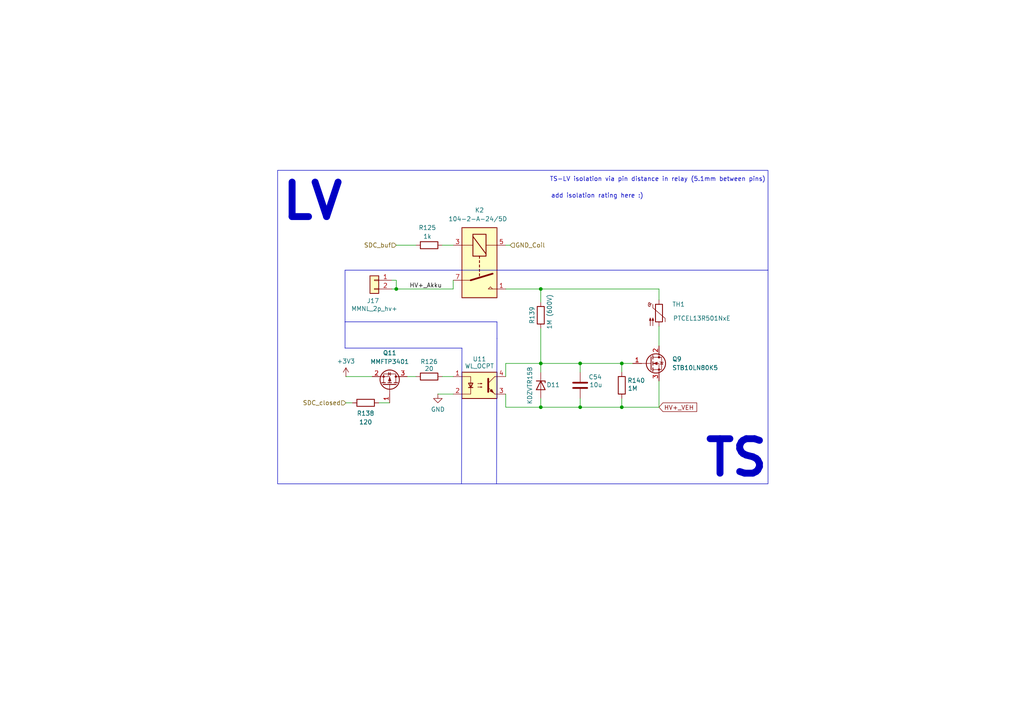
<source format=kicad_sch>
(kicad_sch
	(version 20231120)
	(generator "eeschema")
	(generator_version "8.0")
	(uuid "13e073e0-08f3-43ce-a5c5-b3a3660479c2")
	(paper "A4")
	(lib_symbols
		(symbol "Connector_Generic:Conn_01x02"
			(pin_names
				(offset 1.016) hide)
			(exclude_from_sim no)
			(in_bom yes)
			(on_board yes)
			(property "Reference" "J"
				(at 0 2.54 0)
				(effects
					(font
						(size 1.27 1.27)
					)
				)
			)
			(property "Value" "Conn_01x02"
				(at 0 -5.08 0)
				(effects
					(font
						(size 1.27 1.27)
					)
				)
			)
			(property "Footprint" ""
				(at 0 0 0)
				(effects
					(font
						(size 1.27 1.27)
					)
					(hide yes)
				)
			)
			(property "Datasheet" "~"
				(at 0 0 0)
				(effects
					(font
						(size 1.27 1.27)
					)
					(hide yes)
				)
			)
			(property "Description" "Generic connector, single row, 01x02, script generated (kicad-library-utils/schlib/autogen/connector/)"
				(at 0 0 0)
				(effects
					(font
						(size 1.27 1.27)
					)
					(hide yes)
				)
			)
			(property "ki_keywords" "connector"
				(at 0 0 0)
				(effects
					(font
						(size 1.27 1.27)
					)
					(hide yes)
				)
			)
			(property "ki_fp_filters" "Connector*:*_1x??_*"
				(at 0 0 0)
				(effects
					(font
						(size 1.27 1.27)
					)
					(hide yes)
				)
			)
			(symbol "Conn_01x02_1_1"
				(rectangle
					(start -1.27 -2.413)
					(end 0 -2.667)
					(stroke
						(width 0.1524)
						(type default)
					)
					(fill
						(type none)
					)
				)
				(rectangle
					(start -1.27 0.127)
					(end 0 -0.127)
					(stroke
						(width 0.1524)
						(type default)
					)
					(fill
						(type none)
					)
				)
				(rectangle
					(start -1.27 1.27)
					(end 1.27 -3.81)
					(stroke
						(width 0.254)
						(type default)
					)
					(fill
						(type background)
					)
				)
				(pin passive line
					(at -5.08 0 0)
					(length 3.81)
					(name "Pin_1"
						(effects
							(font
								(size 1.27 1.27)
							)
						)
					)
					(number "1"
						(effects
							(font
								(size 1.27 1.27)
							)
						)
					)
				)
				(pin passive line
					(at -5.08 -2.54 0)
					(length 3.81)
					(name "Pin_2"
						(effects
							(font
								(size 1.27 1.27)
							)
						)
					)
					(number "2"
						(effects
							(font
								(size 1.27 1.27)
							)
						)
					)
				)
			)
		)
		(symbol "Device:C"
			(pin_numbers hide)
			(pin_names
				(offset 0.254)
			)
			(exclude_from_sim no)
			(in_bom yes)
			(on_board yes)
			(property "Reference" "C"
				(at 0.635 2.54 0)
				(effects
					(font
						(size 1.27 1.27)
					)
					(justify left)
				)
			)
			(property "Value" "C"
				(at 0.635 -2.54 0)
				(effects
					(font
						(size 1.27 1.27)
					)
					(justify left)
				)
			)
			(property "Footprint" ""
				(at 0.9652 -3.81 0)
				(effects
					(font
						(size 1.27 1.27)
					)
					(hide yes)
				)
			)
			(property "Datasheet" "~"
				(at 0 0 0)
				(effects
					(font
						(size 1.27 1.27)
					)
					(hide yes)
				)
			)
			(property "Description" "Unpolarized capacitor"
				(at 0 0 0)
				(effects
					(font
						(size 1.27 1.27)
					)
					(hide yes)
				)
			)
			(property "ki_keywords" "cap capacitor"
				(at 0 0 0)
				(effects
					(font
						(size 1.27 1.27)
					)
					(hide yes)
				)
			)
			(property "ki_fp_filters" "C_*"
				(at 0 0 0)
				(effects
					(font
						(size 1.27 1.27)
					)
					(hide yes)
				)
			)
			(symbol "C_0_1"
				(polyline
					(pts
						(xy -2.032 -0.762) (xy 2.032 -0.762)
					)
					(stroke
						(width 0.508)
						(type default)
					)
					(fill
						(type none)
					)
				)
				(polyline
					(pts
						(xy -2.032 0.762) (xy 2.032 0.762)
					)
					(stroke
						(width 0.508)
						(type default)
					)
					(fill
						(type none)
					)
				)
			)
			(symbol "C_1_1"
				(pin passive line
					(at 0 3.81 270)
					(length 2.794)
					(name "~"
						(effects
							(font
								(size 1.27 1.27)
							)
						)
					)
					(number "1"
						(effects
							(font
								(size 1.27 1.27)
							)
						)
					)
				)
				(pin passive line
					(at 0 -3.81 90)
					(length 2.794)
					(name "~"
						(effects
							(font
								(size 1.27 1.27)
							)
						)
					)
					(number "2"
						(effects
							(font
								(size 1.27 1.27)
							)
						)
					)
				)
			)
		)
		(symbol "Device:D_Zener"
			(pin_numbers hide)
			(pin_names
				(offset 1.016) hide)
			(exclude_from_sim no)
			(in_bom yes)
			(on_board yes)
			(property "Reference" "D"
				(at 0 2.54 0)
				(effects
					(font
						(size 1.27 1.27)
					)
				)
			)
			(property "Value" "D_Zener"
				(at 0 -2.54 0)
				(effects
					(font
						(size 1.27 1.27)
					)
				)
			)
			(property "Footprint" ""
				(at 0 0 0)
				(effects
					(font
						(size 1.27 1.27)
					)
					(hide yes)
				)
			)
			(property "Datasheet" "~"
				(at 0 0 0)
				(effects
					(font
						(size 1.27 1.27)
					)
					(hide yes)
				)
			)
			(property "Description" "Zener diode"
				(at 0 0 0)
				(effects
					(font
						(size 1.27 1.27)
					)
					(hide yes)
				)
			)
			(property "ki_keywords" "diode"
				(at 0 0 0)
				(effects
					(font
						(size 1.27 1.27)
					)
					(hide yes)
				)
			)
			(property "ki_fp_filters" "TO-???* *_Diode_* *SingleDiode* D_*"
				(at 0 0 0)
				(effects
					(font
						(size 1.27 1.27)
					)
					(hide yes)
				)
			)
			(symbol "D_Zener_0_1"
				(polyline
					(pts
						(xy 1.27 0) (xy -1.27 0)
					)
					(stroke
						(width 0)
						(type default)
					)
					(fill
						(type none)
					)
				)
				(polyline
					(pts
						(xy -1.27 -1.27) (xy -1.27 1.27) (xy -0.762 1.27)
					)
					(stroke
						(width 0.254)
						(type default)
					)
					(fill
						(type none)
					)
				)
				(polyline
					(pts
						(xy 1.27 -1.27) (xy 1.27 1.27) (xy -1.27 0) (xy 1.27 -1.27)
					)
					(stroke
						(width 0.254)
						(type default)
					)
					(fill
						(type none)
					)
				)
			)
			(symbol "D_Zener_1_1"
				(pin passive line
					(at -3.81 0 0)
					(length 2.54)
					(name "K"
						(effects
							(font
								(size 1.27 1.27)
							)
						)
					)
					(number "1"
						(effects
							(font
								(size 1.27 1.27)
							)
						)
					)
				)
				(pin passive line
					(at 3.81 0 180)
					(length 2.54)
					(name "A"
						(effects
							(font
								(size 1.27 1.27)
							)
						)
					)
					(number "2"
						(effects
							(font
								(size 1.27 1.27)
							)
						)
					)
				)
			)
		)
		(symbol "Device:Q_PMOS_GSD"
			(pin_names
				(offset 0) hide)
			(exclude_from_sim no)
			(in_bom yes)
			(on_board yes)
			(property "Reference" "Q"
				(at 5.08 1.27 0)
				(effects
					(font
						(size 1.27 1.27)
					)
					(justify left)
				)
			)
			(property "Value" "Q_PMOS_GSD"
				(at 5.08 -1.27 0)
				(effects
					(font
						(size 1.27 1.27)
					)
					(justify left)
				)
			)
			(property "Footprint" ""
				(at 5.08 2.54 0)
				(effects
					(font
						(size 1.27 1.27)
					)
					(hide yes)
				)
			)
			(property "Datasheet" "~"
				(at 0 0 0)
				(effects
					(font
						(size 1.27 1.27)
					)
					(hide yes)
				)
			)
			(property "Description" "P-MOSFET transistor, gate/source/drain"
				(at 0 0 0)
				(effects
					(font
						(size 1.27 1.27)
					)
					(hide yes)
				)
			)
			(property "ki_keywords" "transistor PMOS P-MOS P-MOSFET"
				(at 0 0 0)
				(effects
					(font
						(size 1.27 1.27)
					)
					(hide yes)
				)
			)
			(symbol "Q_PMOS_GSD_0_1"
				(polyline
					(pts
						(xy 0.254 0) (xy -2.54 0)
					)
					(stroke
						(width 0)
						(type default)
					)
					(fill
						(type none)
					)
				)
				(polyline
					(pts
						(xy 0.254 1.905) (xy 0.254 -1.905)
					)
					(stroke
						(width 0.254)
						(type default)
					)
					(fill
						(type none)
					)
				)
				(polyline
					(pts
						(xy 0.762 -1.27) (xy 0.762 -2.286)
					)
					(stroke
						(width 0.254)
						(type default)
					)
					(fill
						(type none)
					)
				)
				(polyline
					(pts
						(xy 0.762 0.508) (xy 0.762 -0.508)
					)
					(stroke
						(width 0.254)
						(type default)
					)
					(fill
						(type none)
					)
				)
				(polyline
					(pts
						(xy 0.762 2.286) (xy 0.762 1.27)
					)
					(stroke
						(width 0.254)
						(type default)
					)
					(fill
						(type none)
					)
				)
				(polyline
					(pts
						(xy 2.54 2.54) (xy 2.54 1.778)
					)
					(stroke
						(width 0)
						(type default)
					)
					(fill
						(type none)
					)
				)
				(polyline
					(pts
						(xy 2.54 -2.54) (xy 2.54 0) (xy 0.762 0)
					)
					(stroke
						(width 0)
						(type default)
					)
					(fill
						(type none)
					)
				)
				(polyline
					(pts
						(xy 0.762 1.778) (xy 3.302 1.778) (xy 3.302 -1.778) (xy 0.762 -1.778)
					)
					(stroke
						(width 0)
						(type default)
					)
					(fill
						(type none)
					)
				)
				(polyline
					(pts
						(xy 2.286 0) (xy 1.27 0.381) (xy 1.27 -0.381) (xy 2.286 0)
					)
					(stroke
						(width 0)
						(type default)
					)
					(fill
						(type outline)
					)
				)
				(polyline
					(pts
						(xy 2.794 -0.508) (xy 2.921 -0.381) (xy 3.683 -0.381) (xy 3.81 -0.254)
					)
					(stroke
						(width 0)
						(type default)
					)
					(fill
						(type none)
					)
				)
				(polyline
					(pts
						(xy 3.302 -0.381) (xy 2.921 0.254) (xy 3.683 0.254) (xy 3.302 -0.381)
					)
					(stroke
						(width 0)
						(type default)
					)
					(fill
						(type none)
					)
				)
				(circle
					(center 1.651 0)
					(radius 2.794)
					(stroke
						(width 0.254)
						(type default)
					)
					(fill
						(type none)
					)
				)
				(circle
					(center 2.54 -1.778)
					(radius 0.254)
					(stroke
						(width 0)
						(type default)
					)
					(fill
						(type outline)
					)
				)
				(circle
					(center 2.54 1.778)
					(radius 0.254)
					(stroke
						(width 0)
						(type default)
					)
					(fill
						(type outline)
					)
				)
			)
			(symbol "Q_PMOS_GSD_1_1"
				(pin input line
					(at -5.08 0 0)
					(length 2.54)
					(name "G"
						(effects
							(font
								(size 1.27 1.27)
							)
						)
					)
					(number "1"
						(effects
							(font
								(size 1.27 1.27)
							)
						)
					)
				)
				(pin passive line
					(at 2.54 -5.08 90)
					(length 2.54)
					(name "S"
						(effects
							(font
								(size 1.27 1.27)
							)
						)
					)
					(number "2"
						(effects
							(font
								(size 1.27 1.27)
							)
						)
					)
				)
				(pin passive line
					(at 2.54 5.08 270)
					(length 2.54)
					(name "D"
						(effects
							(font
								(size 1.27 1.27)
							)
						)
					)
					(number "3"
						(effects
							(font
								(size 1.27 1.27)
							)
						)
					)
				)
			)
		)
		(symbol "Device:R"
			(pin_numbers hide)
			(pin_names
				(offset 0)
			)
			(exclude_from_sim no)
			(in_bom yes)
			(on_board yes)
			(property "Reference" "R"
				(at 2.032 0 90)
				(effects
					(font
						(size 1.27 1.27)
					)
				)
			)
			(property "Value" "R"
				(at 0 0 90)
				(effects
					(font
						(size 1.27 1.27)
					)
				)
			)
			(property "Footprint" ""
				(at -1.778 0 90)
				(effects
					(font
						(size 1.27 1.27)
					)
					(hide yes)
				)
			)
			(property "Datasheet" "~"
				(at 0 0 0)
				(effects
					(font
						(size 1.27 1.27)
					)
					(hide yes)
				)
			)
			(property "Description" "Resistor"
				(at 0 0 0)
				(effects
					(font
						(size 1.27 1.27)
					)
					(hide yes)
				)
			)
			(property "ki_keywords" "R res resistor"
				(at 0 0 0)
				(effects
					(font
						(size 1.27 1.27)
					)
					(hide yes)
				)
			)
			(property "ki_fp_filters" "R_*"
				(at 0 0 0)
				(effects
					(font
						(size 1.27 1.27)
					)
					(hide yes)
				)
			)
			(symbol "R_0_1"
				(rectangle
					(start -1.016 -2.54)
					(end 1.016 2.54)
					(stroke
						(width 0.254)
						(type default)
					)
					(fill
						(type none)
					)
				)
			)
			(symbol "R_1_1"
				(pin passive line
					(at 0 3.81 270)
					(length 1.27)
					(name "~"
						(effects
							(font
								(size 1.27 1.27)
							)
						)
					)
					(number "1"
						(effects
							(font
								(size 1.27 1.27)
							)
						)
					)
				)
				(pin passive line
					(at 0 -3.81 90)
					(length 1.27)
					(name "~"
						(effects
							(font
								(size 1.27 1.27)
							)
						)
					)
					(number "2"
						(effects
							(font
								(size 1.27 1.27)
							)
						)
					)
				)
			)
		)
		(symbol "Device:Thermistor_PTC"
			(pin_numbers hide)
			(pin_names
				(offset 0)
			)
			(exclude_from_sim no)
			(in_bom yes)
			(on_board yes)
			(property "Reference" "TH"
				(at -4.064 0 90)
				(effects
					(font
						(size 1.27 1.27)
					)
				)
			)
			(property "Value" "Thermistor_PTC"
				(at 3.048 0 90)
				(effects
					(font
						(size 1.27 1.27)
					)
				)
			)
			(property "Footprint" ""
				(at 1.27 -5.08 0)
				(effects
					(font
						(size 1.27 1.27)
					)
					(justify left)
					(hide yes)
				)
			)
			(property "Datasheet" "~"
				(at 0 0 0)
				(effects
					(font
						(size 1.27 1.27)
					)
					(hide yes)
				)
			)
			(property "Description" "Temperature dependent resistor, positive temperature coefficient"
				(at 0 0 0)
				(effects
					(font
						(size 1.27 1.27)
					)
					(hide yes)
				)
			)
			(property "ki_keywords" "resistor PTC thermistor sensor RTD"
				(at 0 0 0)
				(effects
					(font
						(size 1.27 1.27)
					)
					(hide yes)
				)
			)
			(property "ki_fp_filters" "*PTC* *Thermistor* PIN?ARRAY* bornier* *Terminal?Block* R_*"
				(at 0 0 0)
				(effects
					(font
						(size 1.27 1.27)
					)
					(hide yes)
				)
			)
			(symbol "Thermistor_PTC_0_1"
				(arc
					(start -3.048 2.159)
					(mid -3.0495 2.3143)
					(end -3.175 2.413)
					(stroke
						(width 0)
						(type default)
					)
					(fill
						(type none)
					)
				)
				(arc
					(start -3.048 2.159)
					(mid -2.9736 1.9794)
					(end -2.794 1.905)
					(stroke
						(width 0)
						(type default)
					)
					(fill
						(type none)
					)
				)
				(arc
					(start -3.048 2.794)
					(mid -2.9736 2.6144)
					(end -2.794 2.54)
					(stroke
						(width 0)
						(type default)
					)
					(fill
						(type none)
					)
				)
				(arc
					(start -2.794 1.905)
					(mid -2.6144 1.9794)
					(end -2.54 2.159)
					(stroke
						(width 0)
						(type default)
					)
					(fill
						(type none)
					)
				)
				(arc
					(start -2.794 2.54)
					(mid -2.4393 2.5587)
					(end -2.159 2.794)
					(stroke
						(width 0)
						(type default)
					)
					(fill
						(type none)
					)
				)
				(arc
					(start -2.794 3.048)
					(mid -2.9736 2.9736)
					(end -3.048 2.794)
					(stroke
						(width 0)
						(type default)
					)
					(fill
						(type none)
					)
				)
				(arc
					(start -2.54 2.794)
					(mid -2.6144 2.9736)
					(end -2.794 3.048)
					(stroke
						(width 0)
						(type default)
					)
					(fill
						(type none)
					)
				)
				(rectangle
					(start -1.016 2.54)
					(end 1.016 -2.54)
					(stroke
						(width 0.254)
						(type default)
					)
					(fill
						(type none)
					)
				)
				(polyline
					(pts
						(xy -2.54 2.159) (xy -2.54 2.794)
					)
					(stroke
						(width 0)
						(type default)
					)
					(fill
						(type none)
					)
				)
				(polyline
					(pts
						(xy -1.778 2.54) (xy -1.778 1.524) (xy 1.778 -1.524) (xy 1.778 -2.54)
					)
					(stroke
						(width 0)
						(type default)
					)
					(fill
						(type none)
					)
				)
				(polyline
					(pts
						(xy -2.54 -3.683) (xy -2.54 -1.397) (xy -2.794 -2.159) (xy -2.286 -2.159) (xy -2.54 -1.397) (xy -2.54 -1.651)
					)
					(stroke
						(width 0)
						(type default)
					)
					(fill
						(type outline)
					)
				)
				(polyline
					(pts
						(xy -1.778 -3.683) (xy -1.778 -1.397) (xy -2.032 -2.159) (xy -1.524 -2.159) (xy -1.778 -1.397)
						(xy -1.778 -1.651)
					)
					(stroke
						(width 0)
						(type default)
					)
					(fill
						(type outline)
					)
				)
			)
			(symbol "Thermistor_PTC_1_1"
				(pin passive line
					(at 0 3.81 270)
					(length 1.27)
					(name "~"
						(effects
							(font
								(size 1.27 1.27)
							)
						)
					)
					(number "1"
						(effects
							(font
								(size 1.27 1.27)
							)
						)
					)
				)
				(pin passive line
					(at 0 -3.81 90)
					(length 1.27)
					(name "~"
						(effects
							(font
								(size 1.27 1.27)
							)
						)
					)
					(number "2"
						(effects
							(font
								(size 1.27 1.27)
							)
						)
					)
				)
			)
		)
		(symbol "Isolator:FODM217A"
			(exclude_from_sim no)
			(in_bom yes)
			(on_board yes)
			(property "Reference" "U4"
				(at 1.27 7.62 0)
				(effects
					(font
						(size 1.27 1.27)
					)
				)
			)
			(property "Value" "WL_OCDA"
				(at 1.27 5.588 0)
				(effects
					(font
						(size 1.27 1.27)
					)
				)
			)
			(property "Footprint" "Package_SO:SOP-4_4.4x2.6mm_P1.27mm"
				(at 0 -5.08 0)
				(effects
					(font
						(size 1.27 1.27)
						(italic yes)
					)
					(hide yes)
				)
			)
			(property "Datasheet" ""
				(at 0 0 0)
				(effects
					(font
						(size 1.27 1.27)
					)
					(justify left)
					(hide yes)
				)
			)
			(property "Description" "141352145000"
				(at 0 0 0)
				(effects
					(font
						(size 1.27 1.27)
					)
					(hide yes)
				)
			)
			(property "ki_keywords" "DC Phototransistor Optocoupler"
				(at 0 0 0)
				(effects
					(font
						(size 1.27 1.27)
					)
					(hide yes)
				)
			)
			(property "ki_fp_filters" "SOP*4.4x2.6mm*P1.27mm*"
				(at 0 0 0)
				(effects
					(font
						(size 1.27 1.27)
					)
					(hide yes)
				)
			)
			(symbol "FODM217A_0_1"
				(rectangle
					(start -5.08 3.81)
					(end 5.08 -3.81)
					(stroke
						(width 0.254)
						(type default)
					)
					(fill
						(type background)
					)
				)
				(polyline
					(pts
						(xy -3.175 -0.635) (xy -1.905 -0.635)
					)
					(stroke
						(width 0.254)
						(type default)
					)
					(fill
						(type none)
					)
				)
				(polyline
					(pts
						(xy 2.54 0.635) (xy 4.445 2.54)
					)
					(stroke
						(width 0)
						(type default)
					)
					(fill
						(type none)
					)
				)
				(polyline
					(pts
						(xy 4.445 -2.54) (xy 2.54 -0.635)
					)
					(stroke
						(width 0)
						(type default)
					)
					(fill
						(type outline)
					)
				)
				(polyline
					(pts
						(xy 4.445 -2.54) (xy 5.08 -2.54)
					)
					(stroke
						(width 0)
						(type default)
					)
					(fill
						(type none)
					)
				)
				(polyline
					(pts
						(xy 4.445 2.54) (xy 5.08 2.54)
					)
					(stroke
						(width 0)
						(type default)
					)
					(fill
						(type none)
					)
				)
				(polyline
					(pts
						(xy -5.08 2.54) (xy -2.54 2.54) (xy -2.54 -0.635)
					)
					(stroke
						(width 0)
						(type default)
					)
					(fill
						(type none)
					)
				)
				(polyline
					(pts
						(xy -2.54 -0.635) (xy -2.54 -2.54) (xy -5.08 -2.54)
					)
					(stroke
						(width 0)
						(type default)
					)
					(fill
						(type none)
					)
				)
				(polyline
					(pts
						(xy 2.54 1.905) (xy 2.54 -1.905) (xy 2.54 -1.905)
					)
					(stroke
						(width 0.508)
						(type default)
					)
					(fill
						(type none)
					)
				)
				(polyline
					(pts
						(xy -2.54 -0.635) (xy -3.175 0.635) (xy -1.905 0.635) (xy -2.54 -0.635)
					)
					(stroke
						(width 0.254)
						(type default)
					)
					(fill
						(type none)
					)
				)
				(polyline
					(pts
						(xy -0.508 -0.508) (xy 0.762 -0.508) (xy 0.381 -0.635) (xy 0.381 -0.381) (xy 0.762 -0.508)
					)
					(stroke
						(width 0)
						(type default)
					)
					(fill
						(type none)
					)
				)
				(polyline
					(pts
						(xy -0.508 0.508) (xy 0.762 0.508) (xy 0.381 0.381) (xy 0.381 0.635) (xy 0.762 0.508)
					)
					(stroke
						(width 0)
						(type default)
					)
					(fill
						(type none)
					)
				)
				(polyline
					(pts
						(xy 3.048 -1.651) (xy 3.556 -1.143) (xy 4.064 -2.159) (xy 3.048 -1.651) (xy 3.048 -1.651)
					)
					(stroke
						(width 0)
						(type default)
					)
					(fill
						(type outline)
					)
				)
			)
			(symbol "FODM217A_1_1"
				(pin passive line
					(at -7.62 2.54 0)
					(length 2.54)
					(name "~"
						(effects
							(font
								(size 1.27 1.27)
							)
						)
					)
					(number "1"
						(effects
							(font
								(size 1.27 1.27)
							)
						)
					)
				)
				(pin passive line
					(at -7.62 -2.54 0)
					(length 2.54)
					(name "~"
						(effects
							(font
								(size 1.27 1.27)
							)
						)
					)
					(number "2"
						(effects
							(font
								(size 1.27 1.27)
							)
						)
					)
				)
				(pin passive line
					(at 7.62 -2.54 180)
					(length 2.54)
					(name "~"
						(effects
							(font
								(size 1.27 1.27)
							)
						)
					)
					(number "3"
						(effects
							(font
								(size 1.27 1.27)
							)
						)
					)
				)
				(pin passive line
					(at 7.62 2.54 180)
					(length 2.54)
					(name "~"
						(effects
							(font
								(size 1.27 1.27)
							)
						)
					)
					(number "4"
						(effects
							(font
								(size 1.27 1.27)
							)
						)
					)
				)
			)
		)
		(symbol "Relay:Relay_SPST-NO"
			(exclude_from_sim no)
			(in_bom yes)
			(on_board yes)
			(property "Reference" "K2"
				(at -15.24 0 90)
				(effects
					(font
						(size 1.27 1.27)
					)
				)
			)
			(property "Value" "104-2-A-24/1D "
				(at -12.7 0 90)
				(effects
					(font
						(size 1.27 1.27)
					)
				)
			)
			(property "Footprint" "104-2-A-24_1D:1042A122D"
				(at 11.43 -1.27 0)
				(effects
					(font
						(size 1.27 1.27)
					)
					(justify left)
					(hide yes)
				)
			)
			(property "Datasheet" "https://www.pickeringrelay.com/pdfs/104-high-voltage-sil-reed-relays.pdf"
				(at 0 0 0)
				(effects
					(font
						(size 1.27 1.27)
					)
					(hide yes)
				)
			)
			(property "Description" "Relay SPST, Normally Open, EN50005"
				(at 0 0 0)
				(effects
					(font
						(size 1.27 1.27)
					)
					(hide yes)
				)
			)
			(property "ki_keywords" "Single Pole Relay SPST NO"
				(at 0 0 0)
				(effects
					(font
						(size 1.27 1.27)
					)
					(hide yes)
				)
			)
			(property "ki_fp_filters" "Relay?SPST*"
				(at 0 0 0)
				(effects
					(font
						(size 1.27 1.27)
					)
					(hide yes)
				)
			)
			(symbol "Relay_SPST-NO_0_0"
				(polyline
					(pts
						(xy 7.62 5.08) (xy 7.62 2.54) (xy 6.985 3.175) (xy 7.62 3.81)
					)
					(stroke
						(width 0)
						(type default)
					)
					(fill
						(type none)
					)
				)
			)
			(symbol "Relay_SPST-NO_0_1"
				(rectangle
					(start -10.16 5.08)
					(end 10.16 -5.08)
					(stroke
						(width 0.254)
						(type default)
					)
					(fill
						(type background)
					)
				)
				(rectangle
					(start -8.255 1.905)
					(end -1.905 -1.905)
					(stroke
						(width 0.254)
						(type default)
					)
					(fill
						(type none)
					)
				)
				(polyline
					(pts
						(xy -7.62 -1.905) (xy -2.54 1.905)
					)
					(stroke
						(width 0.254)
						(type default)
					)
					(fill
						(type none)
					)
				)
				(polyline
					(pts
						(xy -5.08 -5.08) (xy -5.08 -1.905)
					)
					(stroke
						(width 0)
						(type default)
					)
					(fill
						(type none)
					)
				)
				(polyline
					(pts
						(xy -5.08 5.08) (xy -5.08 1.905)
					)
					(stroke
						(width 0)
						(type default)
					)
					(fill
						(type none)
					)
				)
				(polyline
					(pts
						(xy -1.905 0) (xy -1.27 0)
					)
					(stroke
						(width 0.254)
						(type default)
					)
					(fill
						(type none)
					)
				)
				(polyline
					(pts
						(xy -0.635 0) (xy 0 0)
					)
					(stroke
						(width 0.254)
						(type default)
					)
					(fill
						(type none)
					)
				)
				(polyline
					(pts
						(xy 0.635 0) (xy 1.27 0)
					)
					(stroke
						(width 0.254)
						(type default)
					)
					(fill
						(type none)
					)
				)
				(polyline
					(pts
						(xy 1.905 0) (xy 2.54 0)
					)
					(stroke
						(width 0.254)
						(type default)
					)
					(fill
						(type none)
					)
				)
				(polyline
					(pts
						(xy 3.175 0) (xy 3.81 0)
					)
					(stroke
						(width 0.254)
						(type default)
					)
					(fill
						(type none)
					)
				)
				(polyline
					(pts
						(xy 5.08 -2.54) (xy 3.175 3.81)
					)
					(stroke
						(width 0.508)
						(type default)
					)
					(fill
						(type none)
					)
				)
				(polyline
					(pts
						(xy 5.08 -2.54) (xy 5.08 -5.08)
					)
					(stroke
						(width 0)
						(type default)
					)
					(fill
						(type none)
					)
				)
			)
			(symbol "Relay_SPST-NO_1_1"
				(pin passive line
					(at 7.62 7.62 270)
					(length 2.54)
					(name "~"
						(effects
							(font
								(size 1.27 1.27)
							)
						)
					)
					(number "1"
						(effects
							(font
								(size 1.27 1.27)
							)
						)
					)
				)
				(pin passive line
					(at -5.08 -7.62 90)
					(length 2.54)
					(name "~"
						(effects
							(font
								(size 1.27 1.27)
							)
						)
					)
					(number "3"
						(effects
							(font
								(size 1.27 1.27)
							)
						)
					)
				)
				(pin passive line
					(at -5.08 7.62 270)
					(length 2.54)
					(name "~"
						(effects
							(font
								(size 1.27 1.27)
							)
						)
					)
					(number "5"
						(effects
							(font
								(size 1.27 1.27)
							)
						)
					)
				)
				(pin passive line
					(at 5.08 -7.62 90)
					(length 2.54)
					(name "~"
						(effects
							(font
								(size 1.27 1.27)
							)
						)
					)
					(number "7"
						(effects
							(font
								(size 1.27 1.27)
							)
						)
					)
				)
			)
		)
		(symbol "Transistor_FET:STB15N80K5"
			(pin_names hide)
			(exclude_from_sim no)
			(in_bom yes)
			(on_board yes)
			(property "Reference" "Q"
				(at 5.08 1.905 0)
				(effects
					(font
						(size 1.27 1.27)
					)
					(justify left)
				)
			)
			(property "Value" "STB15N80K5"
				(at 5.08 0 0)
				(effects
					(font
						(size 1.27 1.27)
					)
					(justify left)
				)
			)
			(property "Footprint" "Package_TO_SOT_SMD:TO-263-2"
				(at 5.08 -1.905 0)
				(effects
					(font
						(size 1.27 1.27)
						(italic yes)
					)
					(justify left)
					(hide yes)
				)
			)
			(property "Datasheet" "https://www.st.com/resource/en/datasheet/stb15n80k5.pdf"
				(at 5.08 -3.81 0)
				(effects
					(font
						(size 1.27 1.27)
					)
					(justify left)
					(hide yes)
				)
			)
			(property "Description" "14A Id, 800V Vds, N-Channel MOSFET, 375mOhm Ron, D2PAK"
				(at 0 0 0)
				(effects
					(font
						(size 1.27 1.27)
					)
					(hide yes)
				)
			)
			(property "ki_keywords" "N-Channel MOSFET"
				(at 0 0 0)
				(effects
					(font
						(size 1.27 1.27)
					)
					(hide yes)
				)
			)
			(property "ki_fp_filters" "TO?263*"
				(at 0 0 0)
				(effects
					(font
						(size 1.27 1.27)
					)
					(hide yes)
				)
			)
			(symbol "STB15N80K5_0_1"
				(polyline
					(pts
						(xy 0.254 0) (xy -2.54 0)
					)
					(stroke
						(width 0)
						(type default)
					)
					(fill
						(type none)
					)
				)
				(polyline
					(pts
						(xy 0.254 1.905) (xy 0.254 -1.905)
					)
					(stroke
						(width 0.254)
						(type default)
					)
					(fill
						(type none)
					)
				)
				(polyline
					(pts
						(xy 0.762 -1.27) (xy 0.762 -2.286)
					)
					(stroke
						(width 0.254)
						(type default)
					)
					(fill
						(type none)
					)
				)
				(polyline
					(pts
						(xy 0.762 0.508) (xy 0.762 -0.508)
					)
					(stroke
						(width 0.254)
						(type default)
					)
					(fill
						(type none)
					)
				)
				(polyline
					(pts
						(xy 0.762 2.286) (xy 0.762 1.27)
					)
					(stroke
						(width 0.254)
						(type default)
					)
					(fill
						(type none)
					)
				)
				(polyline
					(pts
						(xy 2.54 2.54) (xy 2.54 1.778)
					)
					(stroke
						(width 0)
						(type default)
					)
					(fill
						(type none)
					)
				)
				(polyline
					(pts
						(xy 2.54 -2.54) (xy 2.54 0) (xy 0.762 0)
					)
					(stroke
						(width 0)
						(type default)
					)
					(fill
						(type none)
					)
				)
				(polyline
					(pts
						(xy 0.762 -1.778) (xy 3.302 -1.778) (xy 3.302 1.778) (xy 0.762 1.778)
					)
					(stroke
						(width 0)
						(type default)
					)
					(fill
						(type none)
					)
				)
				(polyline
					(pts
						(xy 1.016 0) (xy 2.032 0.381) (xy 2.032 -0.381) (xy 1.016 0)
					)
					(stroke
						(width 0)
						(type default)
					)
					(fill
						(type outline)
					)
				)
				(polyline
					(pts
						(xy 2.794 0.508) (xy 2.921 0.381) (xy 3.683 0.381) (xy 3.81 0.254)
					)
					(stroke
						(width 0)
						(type default)
					)
					(fill
						(type none)
					)
				)
				(polyline
					(pts
						(xy 3.302 0.381) (xy 2.921 -0.254) (xy 3.683 -0.254) (xy 3.302 0.381)
					)
					(stroke
						(width 0)
						(type default)
					)
					(fill
						(type none)
					)
				)
				(circle
					(center 1.651 0)
					(radius 2.794)
					(stroke
						(width 0.254)
						(type default)
					)
					(fill
						(type none)
					)
				)
				(circle
					(center 2.54 -1.778)
					(radius 0.254)
					(stroke
						(width 0)
						(type default)
					)
					(fill
						(type outline)
					)
				)
				(circle
					(center 2.54 1.778)
					(radius 0.254)
					(stroke
						(width 0)
						(type default)
					)
					(fill
						(type outline)
					)
				)
			)
			(symbol "STB15N80K5_1_1"
				(pin passive line
					(at -5.08 0 0)
					(length 2.54)
					(name "G"
						(effects
							(font
								(size 1.27 1.27)
							)
						)
					)
					(number "1"
						(effects
							(font
								(size 1.27 1.27)
							)
						)
					)
				)
				(pin passive line
					(at 2.54 5.08 270)
					(length 2.54)
					(name "D"
						(effects
							(font
								(size 1.27 1.27)
							)
						)
					)
					(number "2"
						(effects
							(font
								(size 1.27 1.27)
							)
						)
					)
				)
				(pin passive line
					(at 2.54 -5.08 90)
					(length 2.54)
					(name "S"
						(effects
							(font
								(size 1.27 1.27)
							)
						)
					)
					(number "3"
						(effects
							(font
								(size 1.27 1.27)
							)
						)
					)
				)
			)
		)
		(symbol "power:+3V3"
			(power)
			(pin_numbers hide)
			(pin_names
				(offset 0) hide)
			(exclude_from_sim no)
			(in_bom yes)
			(on_board yes)
			(property "Reference" "#PWR"
				(at 0 -3.81 0)
				(effects
					(font
						(size 1.27 1.27)
					)
					(hide yes)
				)
			)
			(property "Value" "+3V3"
				(at 0 3.556 0)
				(effects
					(font
						(size 1.27 1.27)
					)
				)
			)
			(property "Footprint" ""
				(at 0 0 0)
				(effects
					(font
						(size 1.27 1.27)
					)
					(hide yes)
				)
			)
			(property "Datasheet" ""
				(at 0 0 0)
				(effects
					(font
						(size 1.27 1.27)
					)
					(hide yes)
				)
			)
			(property "Description" "Power symbol creates a global label with name \"+3V3\""
				(at 0 0 0)
				(effects
					(font
						(size 1.27 1.27)
					)
					(hide yes)
				)
			)
			(property "ki_keywords" "global power"
				(at 0 0 0)
				(effects
					(font
						(size 1.27 1.27)
					)
					(hide yes)
				)
			)
			(symbol "+3V3_0_1"
				(polyline
					(pts
						(xy -0.762 1.27) (xy 0 2.54)
					)
					(stroke
						(width 0)
						(type default)
					)
					(fill
						(type none)
					)
				)
				(polyline
					(pts
						(xy 0 0) (xy 0 2.54)
					)
					(stroke
						(width 0)
						(type default)
					)
					(fill
						(type none)
					)
				)
				(polyline
					(pts
						(xy 0 2.54) (xy 0.762 1.27)
					)
					(stroke
						(width 0)
						(type default)
					)
					(fill
						(type none)
					)
				)
			)
			(symbol "+3V3_1_1"
				(pin power_in line
					(at 0 0 90)
					(length 0)
					(name "~"
						(effects
							(font
								(size 1.27 1.27)
							)
						)
					)
					(number "1"
						(effects
							(font
								(size 1.27 1.27)
							)
						)
					)
				)
			)
		)
		(symbol "power:GND"
			(power)
			(pin_numbers hide)
			(pin_names
				(offset 0) hide)
			(exclude_from_sim no)
			(in_bom yes)
			(on_board yes)
			(property "Reference" "#PWR"
				(at 0 -6.35 0)
				(effects
					(font
						(size 1.27 1.27)
					)
					(hide yes)
				)
			)
			(property "Value" "GND"
				(at 0 -3.81 0)
				(effects
					(font
						(size 1.27 1.27)
					)
				)
			)
			(property "Footprint" ""
				(at 0 0 0)
				(effects
					(font
						(size 1.27 1.27)
					)
					(hide yes)
				)
			)
			(property "Datasheet" ""
				(at 0 0 0)
				(effects
					(font
						(size 1.27 1.27)
					)
					(hide yes)
				)
			)
			(property "Description" "Power symbol creates a global label with name \"GND\" , ground"
				(at 0 0 0)
				(effects
					(font
						(size 1.27 1.27)
					)
					(hide yes)
				)
			)
			(property "ki_keywords" "global power"
				(at 0 0 0)
				(effects
					(font
						(size 1.27 1.27)
					)
					(hide yes)
				)
			)
			(symbol "GND_0_1"
				(polyline
					(pts
						(xy 0 0) (xy 0 -1.27) (xy 1.27 -1.27) (xy 0 -2.54) (xy -1.27 -1.27) (xy 0 -1.27)
					)
					(stroke
						(width 0)
						(type default)
					)
					(fill
						(type none)
					)
				)
			)
			(symbol "GND_1_1"
				(pin power_in line
					(at 0 0 270)
					(length 0)
					(name "~"
						(effects
							(font
								(size 1.27 1.27)
							)
						)
					)
					(number "1"
						(effects
							(font
								(size 1.27 1.27)
							)
						)
					)
				)
			)
		)
	)
	(junction
		(at 180.34 118.11)
		(diameter 0)
		(color 0 0 0 0)
		(uuid "3dbcd1f7-cab8-4b17-b9b1-292d82bbd200")
	)
	(junction
		(at 156.845 118.11)
		(diameter 0)
		(color 0 0 0 0)
		(uuid "46531e1a-bdd5-41a7-8f23-684e19d65934")
	)
	(junction
		(at 114.935 83.82)
		(diameter 0)
		(color 0 0 0 0)
		(uuid "69126a6c-e8f2-4642-8ec4-253f40d4767e")
	)
	(junction
		(at 156.845 105.41)
		(diameter 0)
		(color 0 0 0 0)
		(uuid "8a3ade5b-770f-4493-9fd9-a08b40e0beab")
	)
	(junction
		(at 168.275 105.41)
		(diameter 0)
		(color 0 0 0 0)
		(uuid "91744895-41af-4831-b47d-b4b860b19d65")
	)
	(junction
		(at 180.34 105.41)
		(diameter 0)
		(color 0 0 0 0)
		(uuid "9f696f8c-4a1b-4fa2-bcfb-3d8ab899a9dc")
	)
	(junction
		(at 156.845 83.82)
		(diameter 0)
		(color 0 0 0 0)
		(uuid "a5fcc108-7dc8-4be1-9b6d-f2f3c2c67209")
	)
	(junction
		(at 168.275 118.11)
		(diameter 0)
		(color 0 0 0 0)
		(uuid "aa11f6ca-e8c8-4758-99cd-70230615c32f")
	)
	(wire
		(pts
			(xy 191.135 94.615) (xy 191.135 100.33)
		)
		(stroke
			(width 0)
			(type default)
		)
		(uuid "0aee1144-2e02-44b4-96c5-8dffa94d6bd9")
	)
	(wire
		(pts
			(xy 114.935 83.82) (xy 131.445 83.82)
		)
		(stroke
			(width 0)
			(type default)
		)
		(uuid "0c0d2e09-8716-4761-9d55-4fa087676277")
	)
	(wire
		(pts
			(xy 168.275 118.11) (xy 180.34 118.11)
		)
		(stroke
			(width 0)
			(type default)
		)
		(uuid "11cd3966-2715-4663-8e83-e0f4ab2fbd53")
	)
	(wire
		(pts
			(xy 168.275 105.41) (xy 180.34 105.41)
		)
		(stroke
			(width 0)
			(type default)
		)
		(uuid "188a7d13-480a-4bf3-b53c-806c85da4d84")
	)
	(wire
		(pts
			(xy 114.935 81.28) (xy 114.935 83.82)
		)
		(stroke
			(width 0)
			(type default)
		)
		(uuid "23dc4324-5ceb-4b81-8666-ce60ce4e4852")
	)
	(wire
		(pts
			(xy 168.275 105.41) (xy 168.275 107.95)
		)
		(stroke
			(width 0)
			(type default)
		)
		(uuid "2df9f9ee-1255-4532-b37d-057fba8f308c")
	)
	(polyline
		(pts
			(xy 100.076 93.345) (xy 144.145 93.345)
		)
		(stroke
			(width 0)
			(type default)
		)
		(uuid "321acafe-3573-4299-8869-ed89606ad628")
	)
	(wire
		(pts
			(xy 180.34 105.41) (xy 180.34 107.95)
		)
		(stroke
			(width 0)
			(type default)
		)
		(uuid "38f200ac-dcb1-45e1-87fc-4de3de0c48fd")
	)
	(wire
		(pts
			(xy 156.845 83.82) (xy 191.135 83.82)
		)
		(stroke
			(width 0)
			(type default)
		)
		(uuid "3df13b28-3e20-47d9-88da-ef18b2b18b64")
	)
	(polyline
		(pts
			(xy 144.145 93.345) (xy 144.145 98.171)
		)
		(stroke
			(width 0)
			(type default)
		)
		(uuid "45402191-42fa-4634-b74c-9c15fccaffe9")
	)
	(wire
		(pts
			(xy 146.685 83.82) (xy 156.845 83.82)
		)
		(stroke
			(width 0)
			(type default)
		)
		(uuid "47883bfe-b59a-480c-b612-adbae2070ec5")
	)
	(polyline
		(pts
			(xy 133.985 100.965) (xy 133.858 140.335)
		)
		(stroke
			(width 0)
			(type default)
		)
		(uuid "4bbac1db-540d-4610-ac88-665ebd88af5f")
	)
	(polyline
		(pts
			(xy 100.076 78.359) (xy 222.758 78.359)
		)
		(stroke
			(width 0)
			(type default)
		)
		(uuid "5f95c404-bf5b-4662-870c-4347ee10ac5f")
	)
	(wire
		(pts
			(xy 156.845 105.41) (xy 168.275 105.41)
		)
		(stroke
			(width 0)
			(type default)
		)
		(uuid "649f3ea8-87c5-44ff-9fe8-2507ae918646")
	)
	(wire
		(pts
			(xy 156.845 118.11) (xy 168.275 118.11)
		)
		(stroke
			(width 0)
			(type default)
		)
		(uuid "65c93360-b3bd-4344-ad0b-21d4300033a3")
	)
	(wire
		(pts
			(xy 156.845 105.41) (xy 156.845 107.95)
		)
		(stroke
			(width 0)
			(type default)
		)
		(uuid "71e5a1f0-e80e-4206-bf9b-fb236ed56a8d")
	)
	(wire
		(pts
			(xy 180.34 118.11) (xy 191.135 118.11)
		)
		(stroke
			(width 0)
			(type default)
		)
		(uuid "77524435-973d-41c6-80fe-170bcdca451a")
	)
	(wire
		(pts
			(xy 168.275 115.57) (xy 168.275 118.11)
		)
		(stroke
			(width 0)
			(type default)
		)
		(uuid "7af2f117-1298-4209-8fb5-24eb66566906")
	)
	(polyline
		(pts
			(xy 100.076 93.345) (xy 100.076 78.359)
		)
		(stroke
			(width 0)
			(type default)
		)
		(uuid "7b95d099-c93c-4803-be45-48f63d7fd4f7")
	)
	(wire
		(pts
			(xy 118.11 109.22) (xy 120.65 109.22)
		)
		(stroke
			(width 0)
			(type default)
		)
		(uuid "7ff20e4a-1c1e-4c16-b851-d6faaebdefa9")
	)
	(wire
		(pts
			(xy 113.665 81.28) (xy 114.935 81.28)
		)
		(stroke
			(width 0)
			(type default)
		)
		(uuid "84c2178c-1ef5-4dfe-b9fe-d0f271bc60b8")
	)
	(wire
		(pts
			(xy 191.135 110.49) (xy 191.135 118.11)
		)
		(stroke
			(width 0)
			(type default)
		)
		(uuid "86f21e71-289f-439f-9a57-2d084789c941")
	)
	(wire
		(pts
			(xy 100.33 109.22) (xy 107.95 109.22)
		)
		(stroke
			(width 0)
			(type default)
		)
		(uuid "8903d419-78b9-405d-b61e-32f8e5bd5c8c")
	)
	(wire
		(pts
			(xy 180.34 105.41) (xy 183.515 105.41)
		)
		(stroke
			(width 0)
			(type default)
		)
		(uuid "8a2e8b0a-e03a-4203-81fd-f4823bb2ab24")
	)
	(wire
		(pts
			(xy 156.845 83.82) (xy 156.845 87.63)
		)
		(stroke
			(width 0)
			(type default)
		)
		(uuid "90284ef2-8994-4123-90ce-7b89ac9afda7")
	)
	(polyline
		(pts
			(xy 144.145 98.171) (xy 144.018 140.335)
		)
		(stroke
			(width 0)
			(type default)
		)
		(uuid "a185e4d3-af28-47c0-8286-f94c04d143e4")
	)
	(wire
		(pts
			(xy 156.845 95.25) (xy 156.845 105.41)
		)
		(stroke
			(width 0)
			(type default)
		)
		(uuid "a2e29407-97b6-4f9e-b236-94251b6d80de")
	)
	(polyline
		(pts
			(xy 133.985 100.965) (xy 100.076 100.965)
		)
		(stroke
			(width 0)
			(type default)
		)
		(uuid "aeb1fc20-a42d-4d33-ad16-92d90a0eaf18")
	)
	(polyline
		(pts
			(xy 100.076 100.965) (xy 100.076 93.345)
		)
		(stroke
			(width 0)
			(type default)
		)
		(uuid "af056529-da28-41b1-b44b-4f30cd6801c3")
	)
	(wire
		(pts
			(xy 146.685 109.22) (xy 146.685 105.41)
		)
		(stroke
			(width 0)
			(type default)
		)
		(uuid "af9f51eb-c598-4fb2-9f27-9cc5a2fdb70f")
	)
	(wire
		(pts
			(xy 156.845 115.57) (xy 156.845 118.11)
		)
		(stroke
			(width 0)
			(type default)
		)
		(uuid "b97328ff-6eec-4f96-ab9c-ed0ceff3e016")
	)
	(wire
		(pts
			(xy 156.845 105.41) (xy 146.685 105.41)
		)
		(stroke
			(width 0)
			(type default)
		)
		(uuid "b98372b8-4671-42b6-9529-8ffde6bcd393")
	)
	(wire
		(pts
			(xy 146.685 114.3) (xy 146.685 118.11)
		)
		(stroke
			(width 0)
			(type default)
		)
		(uuid "b9d5f677-7b0e-4809-8678-c43987839e39")
	)
	(wire
		(pts
			(xy 114.935 71.12) (xy 120.65 71.12)
		)
		(stroke
			(width 0)
			(type default)
		)
		(uuid "c3e50f85-f138-453b-815f-ea457a483eed")
	)
	(wire
		(pts
			(xy 180.34 115.57) (xy 180.34 118.11)
		)
		(stroke
			(width 0)
			(type default)
		)
		(uuid "c3f487d0-d47f-4eb1-bcf4-c0a9bcf0c327")
	)
	(wire
		(pts
			(xy 128.27 71.12) (xy 131.445 71.12)
		)
		(stroke
			(width 0)
			(type default)
		)
		(uuid "c9a73227-5ed6-4e0c-816e-4584235310dc")
	)
	(wire
		(pts
			(xy 100.33 116.84) (xy 102.235 116.84)
		)
		(stroke
			(width 0)
			(type default)
		)
		(uuid "c9f2d5b5-73aa-4188-9972-9ea16cbb1c77")
	)
	(wire
		(pts
			(xy 146.685 118.11) (xy 156.845 118.11)
		)
		(stroke
			(width 0)
			(type default)
		)
		(uuid "caf0888e-7bf2-42b3-a2c4-fefc602f9c43")
	)
	(wire
		(pts
			(xy 131.445 81.28) (xy 131.445 83.82)
		)
		(stroke
			(width 0)
			(type default)
		)
		(uuid "d50720fa-b3fe-40f9-b348-cff8df1bfe05")
	)
	(wire
		(pts
			(xy 109.855 116.84) (xy 113.03 116.84)
		)
		(stroke
			(width 0)
			(type default)
		)
		(uuid "db808ece-3152-4fac-9933-65ae3ed71a23")
	)
	(wire
		(pts
			(xy 147.955 71.12) (xy 146.685 71.12)
		)
		(stroke
			(width 0)
			(type default)
		)
		(uuid "e2c8f334-2c5d-47a0-97ed-69546a1b7763")
	)
	(wire
		(pts
			(xy 128.27 109.22) (xy 131.445 109.22)
		)
		(stroke
			(width 0)
			(type default)
		)
		(uuid "e75cfa60-c666-4d1b-9876-7c5fa0089fe7")
	)
	(wire
		(pts
			(xy 113.665 83.82) (xy 114.935 83.82)
		)
		(stroke
			(width 0)
			(type default)
		)
		(uuid "e7d27540-8586-47dd-8183-bf85a1490827")
	)
	(wire
		(pts
			(xy 191.135 83.82) (xy 191.135 86.995)
		)
		(stroke
			(width 0)
			(type default)
		)
		(uuid "ea04d968-d543-43a7-9ef1-ba20341d6966")
	)
	(wire
		(pts
			(xy 127 114.3) (xy 131.445 114.3)
		)
		(stroke
			(width 0)
			(type default)
		)
		(uuid "fe035484-ce2c-4335-baed-2ff1400e82dc")
	)
	(rectangle
		(start 80.518 49.403)
		(end 222.758 140.335)
		(stroke
			(width 0)
			(type default)
		)
		(fill
			(type none)
		)
		(uuid ee2088ca-3247-4b07-8e05-80ea9bc53a28)
	)
	(text "LV"
		(exclude_from_sim no)
		(at 81.026 58.547 0)
		(effects
			(font
				(size 10 10)
				(thickness 2)
				(bold yes)
			)
			(justify left)
		)
		(uuid "4bf667c7-6d83-4e70-8138-986a1f12963f")
	)
	(text "TS-LV isolation via pin distance in relay (5.1mm between pins)"
		(exclude_from_sim no)
		(at 190.754 52.07 0)
		(effects
			(font
				(size 1.27 1.27)
			)
		)
		(uuid "c69b28a8-d82d-4948-82c3-90be39d78203")
	)
	(text "TS"
		(exclude_from_sim no)
		(at 203.708 132.969 0)
		(effects
			(font
				(size 10 10)
				(thickness 2)
				(bold yes)
			)
			(justify left)
		)
		(uuid "d0980a2d-0eca-4408-8d7c-96c1603edca8")
	)
	(text "add isolation rating here :)"
		(exclude_from_sim no)
		(at 173.228 56.896 0)
		(effects
			(font
				(size 1.27 1.27)
			)
		)
		(uuid "d9364e3a-baff-41e1-a2f8-eca54a1d6f77")
	)
	(label "HV+_Akku"
		(at 118.745 83.82 0)
		(fields_autoplaced yes)
		(effects
			(font
				(size 1.27 1.27)
			)
			(justify left bottom)
		)
		(uuid "8eff45bd-ed8a-4b71-87bf-5426072cd90e")
	)
	(global_label "HV+_VEH"
		(shape input)
		(at 191.135 118.11 0)
		(fields_autoplaced yes)
		(effects
			(font
				(size 1.27 1.27)
			)
			(justify left)
		)
		(uuid "35510853-0b3a-4a32-8528-251ce4823b96")
		(property "Intersheetrefs" "${INTERSHEET_REFS}"
			(at 202.6474 118.11 0)
			(effects
				(font
					(size 1.27 1.27)
				)
				(justify left)
				(hide yes)
			)
		)
	)
	(hierarchical_label "SDC_buf"
		(shape input)
		(at 114.935 71.12 180)
		(fields_autoplaced yes)
		(effects
			(font
				(size 1.27 1.27)
			)
			(justify right)
		)
		(uuid "615c10b1-91e8-45f5-a722-779e086314e4")
	)
	(hierarchical_label "GND_Coil"
		(shape input)
		(at 147.955 71.12 0)
		(fields_autoplaced yes)
		(effects
			(font
				(size 1.27 1.27)
			)
			(justify left)
		)
		(uuid "7bbfb9b0-be04-438e-ba04-7d021c2b29d7")
	)
	(hierarchical_label "SDC_closed"
		(shape input)
		(at 100.33 116.84 180)
		(fields_autoplaced yes)
		(effects
			(font
				(size 1.27 1.27)
			)
			(justify right)
		)
		(uuid "d6f150a8-b4dc-4826-a8f9-190a003c1962")
	)
	(symbol
		(lib_id "power:+3V3")
		(at 100.33 109.22 0)
		(unit 1)
		(exclude_from_sim no)
		(in_bom yes)
		(on_board yes)
		(dnp no)
		(uuid "1a100881-e694-4787-965b-11a50e768a4a")
		(property "Reference" "#PWR0138"
			(at 100.33 113.03 0)
			(effects
				(font
					(size 1.27 1.27)
				)
				(hide yes)
			)
		)
		(property "Value" "+3V3"
			(at 100.33 104.775 0)
			(effects
				(font
					(size 1.27 1.27)
				)
			)
		)
		(property "Footprint" ""
			(at 100.33 109.22 0)
			(effects
				(font
					(size 1.27 1.27)
				)
				(hide yes)
			)
		)
		(property "Datasheet" ""
			(at 100.33 109.22 0)
			(effects
				(font
					(size 1.27 1.27)
				)
				(hide yes)
			)
		)
		(property "Description" "Power symbol creates a global label with name \"+3V3\""
			(at 100.33 109.22 0)
			(effects
				(font
					(size 1.27 1.27)
				)
				(hide yes)
			)
		)
		(pin "1"
			(uuid "3bfc0e5f-5d38-4327-b115-084f96dc9846")
		)
		(instances
			(project "Master_FT25"
				(path "/e63e39d7-6ac0-4ffd-8aa3-1841a4541b55/95b8e8bb-175b-4c26-b28f-f18dafbb4793/80d98abd-13b3-4f38-b2ff-0816d428a6c7"
					(reference "#PWR0138")
					(unit 1)
				)
			)
		)
	)
	(symbol
		(lib_id "Device:R")
		(at 106.045 116.84 90)
		(unit 1)
		(exclude_from_sim no)
		(in_bom yes)
		(on_board yes)
		(dnp no)
		(uuid "1dd64b10-d0d3-4fbf-8498-0bc82a5ecdb0")
		(property "Reference" "R138"
			(at 106.045 119.888 90)
			(effects
				(font
					(size 1.27 1.27)
				)
			)
		)
		(property "Value" "120"
			(at 106.045 122.428 90)
			(effects
				(font
					(size 1.27 1.27)
				)
			)
		)
		(property "Footprint" "Resistor_SMD:R_0603_1608Metric"
			(at 106.045 118.618 90)
			(effects
				(font
					(size 1.27 1.27)
				)
				(hide yes)
			)
		)
		(property "Datasheet" "~"
			(at 106.045 116.84 0)
			(effects
				(font
					(size 1.27 1.27)
				)
				(hide yes)
			)
		)
		(property "Description" "Resistor"
			(at 106.045 116.84 0)
			(effects
				(font
					(size 1.27 1.27)
				)
				(hide yes)
			)
		)
		(pin "1"
			(uuid "e72703cc-32c3-42bf-a7f6-f3b4cdf7cc01")
		)
		(pin "2"
			(uuid "0bdb3060-eb23-4c23-9b9a-9b15ff33bcb1")
		)
		(instances
			(project "Master_FT25"
				(path "/e63e39d7-6ac0-4ffd-8aa3-1841a4541b55/95b8e8bb-175b-4c26-b28f-f18dafbb4793/80d98abd-13b3-4f38-b2ff-0816d428a6c7"
					(reference "R138")
					(unit 1)
				)
			)
		)
	)
	(symbol
		(lib_id "Relay:Relay_SPST-NO")
		(at 139.065 76.2 270)
		(unit 1)
		(exclude_from_sim no)
		(in_bom yes)
		(on_board yes)
		(dnp no)
		(fields_autoplaced yes)
		(uuid "286c78ec-2a8d-49cc-b840-d88f11e1c835")
		(property "Reference" "K2"
			(at 139.065 60.96 90)
			(effects
				(font
					(size 1.27 1.27)
				)
			)
		)
		(property "Value" "104-2-A-24/5D "
			(at 139.065 63.5 90)
			(effects
				(font
					(size 1.27 1.27)
				)
			)
		)
		(property "Footprint" "104-2-A-24_1D:1042A122D"
			(at 137.795 87.63 0)
			(effects
				(font
					(size 1.27 1.27)
				)
				(justify left)
				(hide yes)
			)
		)
		(property "Datasheet" "https://www.pickeringrelay.com/pdfs/104-high-voltage-sil-reed-relays.pdf"
			(at 139.065 76.2 0)
			(effects
				(font
					(size 1.27 1.27)
				)
				(hide yes)
			)
		)
		(property "Description" "Relay SPST, Normally Open, EN50005"
			(at 139.065 76.2 0)
			(effects
				(font
					(size 1.27 1.27)
				)
				(hide yes)
			)
		)
		(pin "3"
			(uuid "d3f67868-e9eb-4aab-91e1-8e53ebd75389")
		)
		(pin "7"
			(uuid "62348af8-1468-44bf-ab1e-06c59b86666d")
		)
		(pin "5"
			(uuid "2d37345e-c4a4-4831-ba03-59c2d37deb65")
		)
		(pin "1"
			(uuid "1bca3404-796b-4ceb-bdb3-49b129f4de14")
		)
		(instances
			(project "Master_FT25"
				(path "/e63e39d7-6ac0-4ffd-8aa3-1841a4541b55/95b8e8bb-175b-4c26-b28f-f18dafbb4793/80d98abd-13b3-4f38-b2ff-0816d428a6c7"
					(reference "K2")
					(unit 1)
				)
			)
		)
	)
	(symbol
		(lib_id "Device:C")
		(at 168.275 111.76 0)
		(unit 1)
		(exclude_from_sim no)
		(in_bom yes)
		(on_board yes)
		(dnp no)
		(uuid "49d92d2b-9ac2-4c9b-963d-3e61d9dfda10")
		(property "Reference" "C54"
			(at 170.688 109.347 0)
			(effects
				(font
					(size 1.27 1.27)
				)
				(justify left)
			)
		)
		(property "Value" "10u"
			(at 170.942 111.633 0)
			(effects
				(font
					(size 1.27 1.27)
				)
				(justify left)
			)
		)
		(property "Footprint" "Capacitor_SMD:C_1210_3225Metric"
			(at 169.2402 115.57 0)
			(effects
				(font
					(size 1.27 1.27)
				)
				(hide yes)
			)
		)
		(property "Datasheet" "https://www.we-online.com/components/products/datasheet/885012209014.pdf"
			(at 168.275 111.76 0)
			(effects
				(font
					(size 1.27 1.27)
				)
				(hide yes)
			)
		)
		(property "Description" "16V X7R"
			(at 168.275 111.76 0)
			(effects
				(font
					(size 1.27 1.27)
				)
				(hide yes)
			)
		)
		(pin "2"
			(uuid "1fafdb1c-18d8-4f6d-aba6-6da8f4d40855")
		)
		(pin "1"
			(uuid "3a732d15-3b00-42c6-8cfb-1a98d2e169d2")
		)
		(instances
			(project "Master_FT25"
				(path "/e63e39d7-6ac0-4ffd-8aa3-1841a4541b55/95b8e8bb-175b-4c26-b28f-f18dafbb4793/80d98abd-13b3-4f38-b2ff-0816d428a6c7"
					(reference "C54")
					(unit 1)
				)
			)
		)
	)
	(symbol
		(lib_id "Device:R")
		(at 180.34 111.76 0)
		(unit 1)
		(exclude_from_sim no)
		(in_bom yes)
		(on_board yes)
		(dnp no)
		(uuid "6fe264d0-a640-4fbe-978f-d3e06187015a")
		(property "Reference" "R140"
			(at 184.531 110.363 0)
			(effects
				(font
					(size 1.27 1.27)
				)
			)
		)
		(property "Value" "1M"
			(at 183.515 112.649 0)
			(effects
				(font
					(size 1.27 1.27)
				)
			)
		)
		(property "Footprint" "Resistor_SMD:R_2010_5025Metric_Pad1.40x2.65mm_HandSolder"
			(at 178.562 111.76 90)
			(effects
				(font
					(size 1.27 1.27)
				)
				(hide yes)
			)
		)
		(property "Datasheet" "~"
			(at 180.34 111.76 0)
			(effects
				(font
					(size 1.27 1.27)
				)
				(hide yes)
			)
		)
		(property "Description" "Resistor"
			(at 180.34 111.76 0)
			(effects
				(font
					(size 1.27 1.27)
				)
				(hide yes)
			)
		)
		(pin "2"
			(uuid "72c68d66-40c6-45a6-a1b5-bb58867e0eb3")
		)
		(pin "1"
			(uuid "781be770-af88-496b-949c-1d0ee152cc9c")
		)
		(instances
			(project "Master_FT25"
				(path "/e63e39d7-6ac0-4ffd-8aa3-1841a4541b55/95b8e8bb-175b-4c26-b28f-f18dafbb4793/80d98abd-13b3-4f38-b2ff-0816d428a6c7"
					(reference "R140")
					(unit 1)
				)
			)
		)
	)
	(symbol
		(lib_id "Isolator:FODM217A")
		(at 139.065 111.76 0)
		(unit 1)
		(exclude_from_sim no)
		(in_bom yes)
		(on_board yes)
		(dnp no)
		(uuid "7ba68aa2-e506-4eb0-825a-8a3dc0ba4747")
		(property "Reference" "U11"
			(at 139.065 104.14 0)
			(effects
				(font
					(size 1.27 1.27)
				)
			)
		)
		(property "Value" "WL_OCPT"
			(at 139.065 106.172 0)
			(effects
				(font
					(size 1.27 1.27)
				)
			)
		)
		(property "Footprint" "Package_SO:SOP-4_3.8x4.1mm_P2.54mm"
			(at 139.065 116.84 0)
			(effects
				(font
					(size 1.27 1.27)
					(italic yes)
				)
				(hide yes)
			)
		)
		(property "Datasheet" "https://www.we-online.com/components/products/datasheet/140356145200.pdf"
			(at 139.065 111.76 0)
			(effects
				(font
					(size 1.27 1.27)
				)
				(justify left)
				(hide yes)
			)
		)
		(property "Description" "140356145200"
			(at 139.065 111.76 0)
			(effects
				(font
					(size 1.27 1.27)
				)
				(hide yes)
			)
		)
		(pin "3"
			(uuid "df61721e-59f8-4488-b2f7-68d2ca8377ad")
		)
		(pin "4"
			(uuid "d5ec2a5f-9ace-4b40-9255-b3b8ad545319")
		)
		(pin "1"
			(uuid "6d5e884e-6a0d-4fb9-8e2e-d804132093ca")
		)
		(pin "2"
			(uuid "872454b9-0429-4e9c-872d-e634edd5db3d")
		)
		(instances
			(project "Master_FT25"
				(path "/e63e39d7-6ac0-4ffd-8aa3-1841a4541b55/95b8e8bb-175b-4c26-b28f-f18dafbb4793/80d98abd-13b3-4f38-b2ff-0816d428a6c7"
					(reference "U11")
					(unit 1)
				)
			)
		)
	)
	(symbol
		(lib_id "power:GND")
		(at 127 114.3 0)
		(unit 1)
		(exclude_from_sim no)
		(in_bom yes)
		(on_board yes)
		(dnp no)
		(uuid "7d67b536-05c3-4220-9f06-dad7e712e17a")
		(property "Reference" "#PWR0139"
			(at 127 120.65 0)
			(effects
				(font
					(size 1.27 1.27)
				)
				(hide yes)
			)
		)
		(property "Value" "GND"
			(at 127 118.745 0)
			(effects
				(font
					(size 1.27 1.27)
				)
			)
		)
		(property "Footprint" ""
			(at 127 114.3 0)
			(effects
				(font
					(size 1.27 1.27)
				)
				(hide yes)
			)
		)
		(property "Datasheet" ""
			(at 127 114.3 0)
			(effects
				(font
					(size 1.27 1.27)
				)
				(hide yes)
			)
		)
		(property "Description" "Power symbol creates a global label with name \"GND\" , ground"
			(at 127 114.3 0)
			(effects
				(font
					(size 1.27 1.27)
				)
				(hide yes)
			)
		)
		(pin "1"
			(uuid "e8fa867d-9d67-4f0e-bb01-27d22060a568")
		)
		(instances
			(project "Master_FT25"
				(path "/e63e39d7-6ac0-4ffd-8aa3-1841a4541b55/95b8e8bb-175b-4c26-b28f-f18dafbb4793/80d98abd-13b3-4f38-b2ff-0816d428a6c7"
					(reference "#PWR0139")
					(unit 1)
				)
			)
		)
	)
	(symbol
		(lib_id "Device:R")
		(at 124.46 71.12 90)
		(unit 1)
		(exclude_from_sim no)
		(in_bom yes)
		(on_board yes)
		(dnp no)
		(uuid "8d9185a9-d305-491f-a97e-5e4ee01c6fd9")
		(property "Reference" "R125"
			(at 123.952 66.04 90)
			(effects
				(font
					(size 1.27 1.27)
				)
			)
		)
		(property "Value" "1k"
			(at 123.952 68.58 90)
			(effects
				(font
					(size 1.27 1.27)
				)
			)
		)
		(property "Footprint" "Resistor_SMD:R_0603_1608Metric"
			(at 124.46 72.898 90)
			(effects
				(font
					(size 1.27 1.27)
				)
				(hide yes)
			)
		)
		(property "Datasheet" "~"
			(at 124.46 71.12 0)
			(effects
				(font
					(size 1.27 1.27)
				)
				(hide yes)
			)
		)
		(property "Description" "Resistor"
			(at 124.46 71.12 0)
			(effects
				(font
					(size 1.27 1.27)
				)
				(hide yes)
			)
		)
		(pin "2"
			(uuid "282e1b9e-a20a-489d-833b-b1f614cc9987")
		)
		(pin "1"
			(uuid "16c249bb-a06b-4411-8551-04dec28db43c")
		)
		(instances
			(project "Master_FT25"
				(path "/e63e39d7-6ac0-4ffd-8aa3-1841a4541b55/95b8e8bb-175b-4c26-b28f-f18dafbb4793/80d98abd-13b3-4f38-b2ff-0816d428a6c7"
					(reference "R125")
					(unit 1)
				)
			)
		)
	)
	(symbol
		(lib_id "Transistor_FET:STB15N80K5")
		(at 188.595 105.41 0)
		(unit 1)
		(exclude_from_sim no)
		(in_bom yes)
		(on_board yes)
		(dnp no)
		(fields_autoplaced yes)
		(uuid "9dcc0f53-ad0f-44a7-88ed-d2dae0eb2bce")
		(property "Reference" "Q9"
			(at 194.945 104.1399 0)
			(effects
				(font
					(size 1.27 1.27)
				)
				(justify left)
			)
		)
		(property "Value" "STB10LN80K5"
			(at 194.945 106.6799 0)
			(effects
				(font
					(size 1.27 1.27)
				)
				(justify left)
			)
		)
		(property "Footprint" "Package_TO_SOT_SMD:TO-263-2"
			(at 193.675 107.315 0)
			(effects
				(font
					(size 1.27 1.27)
					(italic yes)
				)
				(justify left)
				(hide yes)
			)
		)
		(property "Datasheet" "https://www.st.com/resource/en/datasheet/stb10ln80k5.pdf"
			(at 193.675 109.22 0)
			(effects
				(font
					(size 1.27 1.27)
				)
				(justify left)
				(hide yes)
			)
		)
		(property "Description" ""
			(at 188.595 105.41 0)
			(effects
				(font
					(size 1.27 1.27)
				)
				(hide yes)
			)
		)
		(pin "1"
			(uuid "ef1bf7ae-6dda-4dcf-96e3-2d076851d168")
		)
		(pin "3"
			(uuid "0c420265-cb38-4dd3-9432-152c77db3e96")
		)
		(pin "2"
			(uuid "c9490d0c-081c-4c4a-a1d2-57a124936f39")
		)
		(instances
			(project "Master_FT25"
				(path "/e63e39d7-6ac0-4ffd-8aa3-1841a4541b55/95b8e8bb-175b-4c26-b28f-f18dafbb4793/80d98abd-13b3-4f38-b2ff-0816d428a6c7"
					(reference "Q9")
					(unit 1)
				)
			)
		)
	)
	(symbol
		(lib_id "Device:R")
		(at 156.845 91.44 0)
		(unit 1)
		(exclude_from_sim no)
		(in_bom yes)
		(on_board yes)
		(dnp no)
		(uuid "9ef0e273-3a11-4b5f-a751-8e044dd4ab79")
		(property "Reference" "R139"
			(at 154.305 91.44 90)
			(effects
				(font
					(size 1.27 1.27)
				)
			)
		)
		(property "Value" "1M (600V)"
			(at 159.385 90.424 90)
			(effects
				(font
					(size 1.27 1.27)
				)
			)
		)
		(property "Footprint" "Resistor_SMD:R_2010_5025Metric"
			(at 155.067 91.44 90)
			(effects
				(font
					(size 1.27 1.27)
				)
				(hide yes)
			)
		)
		(property "Datasheet" "~"
			(at 156.845 91.44 0)
			(effects
				(font
					(size 1.27 1.27)
				)
				(hide yes)
			)
		)
		(property "Description" "Resistor"
			(at 156.845 91.44 0)
			(effects
				(font
					(size 1.27 1.27)
				)
				(hide yes)
			)
		)
		(pin "2"
			(uuid "23ef0680-33fa-495f-878c-0259f275bfc9")
		)
		(pin "1"
			(uuid "6dbd1730-5e6a-4f61-b534-7be08eeb2a05")
		)
		(instances
			(project "Master_FT25"
				(path "/e63e39d7-6ac0-4ffd-8aa3-1841a4541b55/95b8e8bb-175b-4c26-b28f-f18dafbb4793/80d98abd-13b3-4f38-b2ff-0816d428a6c7"
					(reference "R139")
					(unit 1)
				)
			)
		)
	)
	(symbol
		(lib_id "Device:Thermistor_PTC")
		(at 191.135 90.805 0)
		(unit 1)
		(exclude_from_sim no)
		(in_bom yes)
		(on_board yes)
		(dnp no)
		(uuid "a58c0c8f-24d6-44f0-af7b-d18a6dc34fca")
		(property "Reference" "TH1"
			(at 194.945 88.265 0)
			(effects
				(font
					(size 1.27 1.27)
				)
				(justify left)
			)
		)
		(property "Value" "PTCEL13R501NxE"
			(at 195.199 92.329 0)
			(effects
				(font
					(size 1.27 1.27)
				)
				(justify left)
			)
		)
		(property "Footprint" "Connector_PinHeader_2.54mm:PinHeader_1x02_P2.54mm_Vertical"
			(at 192.405 95.885 0)
			(effects
				(font
					(size 1.27 1.27)
				)
				(justify left)
				(hide yes)
			)
		)
		(property "Datasheet" "https://www.vishay.com/docs/29165/ptcel_series.pdf"
			(at 191.135 90.805 0)
			(effects
				(font
					(size 1.27 1.27)
				)
				(hide yes)
			)
		)
		(property "Description" "Temperature dependent resistor, positive temperature coefficient"
			(at 191.135 90.805 0)
			(effects
				(font
					(size 1.27 1.27)
				)
				(hide yes)
			)
		)
		(pin "1"
			(uuid "e374e672-cba4-48ae-aec4-fdaecb8db937")
		)
		(pin "2"
			(uuid "57dde561-31ec-4f0f-b5d8-cfb9584acdf1")
		)
		(instances
			(project "Master_FT25"
				(path "/e63e39d7-6ac0-4ffd-8aa3-1841a4541b55/95b8e8bb-175b-4c26-b28f-f18dafbb4793/80d98abd-13b3-4f38-b2ff-0816d428a6c7"
					(reference "TH1")
					(unit 1)
				)
			)
		)
	)
	(symbol
		(lib_id "Device:D_Zener")
		(at 156.845 111.76 270)
		(unit 1)
		(exclude_from_sim no)
		(in_bom yes)
		(on_board yes)
		(dnp no)
		(uuid "c208fe6f-a008-403e-b8c1-c9ef0d04fc60")
		(property "Reference" "D11"
			(at 158.496 111.633 90)
			(effects
				(font
					(size 1.27 1.27)
				)
				(justify left)
			)
		)
		(property "Value" "KDZVTR15B"
			(at 153.67 106.299 0)
			(effects
				(font
					(size 1.27 1.27)
				)
				(justify left)
			)
		)
		(property "Footprint" "KDZVTR15B:KDZVTR15B"
			(at 156.845 111.76 0)
			(effects
				(font
					(size 1.27 1.27)
				)
				(hide yes)
			)
		)
		(property "Datasheet" "https://fscdn.rohm.com/en/products/databook/datasheet/discrete/diode/zener/kdzvtr15b-e.pdf"
			(at 156.845 111.76 0)
			(effects
				(font
					(size 1.27 1.27)
				)
				(hide yes)
			)
		)
		(property "Description" "Zener diode 15V"
			(at 156.845 111.76 0)
			(effects
				(font
					(size 1.27 1.27)
				)
				(hide yes)
			)
		)
		(pin "2"
			(uuid "b8d3e6ae-945f-42fa-8157-a89d7c213464")
		)
		(pin "1"
			(uuid "f12b53da-f2a6-4feb-8e5c-171730edbb53")
		)
		(instances
			(project "Master_FT25"
				(path "/e63e39d7-6ac0-4ffd-8aa3-1841a4541b55/95b8e8bb-175b-4c26-b28f-f18dafbb4793/80d98abd-13b3-4f38-b2ff-0816d428a6c7"
					(reference "D11")
					(unit 1)
				)
			)
		)
	)
	(symbol
		(lib_id "Device:Q_PMOS_GSD")
		(at 113.03 111.76 270)
		(mirror x)
		(unit 1)
		(exclude_from_sim no)
		(in_bom yes)
		(on_board yes)
		(dnp no)
		(uuid "c223aee0-54d3-4d0e-9edb-26f57f435852")
		(property "Reference" "Q11"
			(at 113.03 102.362 90)
			(effects
				(font
					(size 1.27 1.27)
				)
			)
		)
		(property "Value" "MMFTP3401"
			(at 113.03 104.902 90)
			(effects
				(font
					(size 1.27 1.27)
				)
			)
		)
		(property "Footprint" "Package_TO_SOT_SMD:SOT-23"
			(at 115.57 106.68 0)
			(effects
				(font
					(size 1.27 1.27)
				)
				(hide yes)
			)
		)
		(property "Datasheet" "https://diotec.com/request/datasheet/mmftp3334k.pdf"
			(at 113.03 111.76 0)
			(effects
				(font
					(size 1.27 1.27)
				)
				(hide yes)
			)
		)
		(property "Description" "P-MOSFET transistor, gate/source/drain"
			(at 113.03 111.76 0)
			(effects
				(font
					(size 1.27 1.27)
				)
				(hide yes)
			)
		)
		(pin "2"
			(uuid "3fe0afaa-9de0-4acd-8167-a57e3ed8cac9")
		)
		(pin "3"
			(uuid "53543682-d334-4ba6-8815-72f5a053f13d")
		)
		(pin "1"
			(uuid "f677cd0b-fe31-407e-974f-acce65f89606")
		)
		(instances
			(project "Master_FT25"
				(path "/e63e39d7-6ac0-4ffd-8aa3-1841a4541b55/95b8e8bb-175b-4c26-b28f-f18dafbb4793/80d98abd-13b3-4f38-b2ff-0816d428a6c7"
					(reference "Q11")
					(unit 1)
				)
			)
		)
	)
	(symbol
		(lib_id "Device:R")
		(at 124.46 109.22 90)
		(unit 1)
		(exclude_from_sim no)
		(in_bom yes)
		(on_board yes)
		(dnp no)
		(uuid "dca32487-749c-48fe-97db-cd9051cb6c70")
		(property "Reference" "R126"
			(at 124.46 104.902 90)
			(effects
				(font
					(size 1.27 1.27)
				)
			)
		)
		(property "Value" "20"
			(at 124.46 106.934 90)
			(effects
				(font
					(size 1.27 1.27)
				)
			)
		)
		(property "Footprint" "Resistor_SMD:R_0603_1608Metric"
			(at 124.46 110.998 90)
			(effects
				(font
					(size 1.27 1.27)
				)
				(hide yes)
			)
		)
		(property "Datasheet" "~"
			(at 124.46 109.22 0)
			(effects
				(font
					(size 1.27 1.27)
				)
				(hide yes)
			)
		)
		(property "Description" ""
			(at 124.46 109.22 0)
			(effects
				(font
					(size 1.27 1.27)
				)
				(hide yes)
			)
		)
		(pin "1"
			(uuid "ca3f04c4-d7ce-482f-9aa2-00a35c68e847")
		)
		(pin "2"
			(uuid "1baafd3b-bebb-4809-a393-76cb858c2d39")
		)
		(instances
			(project "Master_FT25"
				(path "/e63e39d7-6ac0-4ffd-8aa3-1841a4541b55/95b8e8bb-175b-4c26-b28f-f18dafbb4793/80d98abd-13b3-4f38-b2ff-0816d428a6c7"
					(reference "R126")
					(unit 1)
				)
			)
		)
	)
	(symbol
		(lib_id "Connector_Generic:Conn_01x02")
		(at 108.585 81.28 0)
		(mirror y)
		(unit 1)
		(exclude_from_sim no)
		(in_bom yes)
		(on_board yes)
		(dnp no)
		(uuid "e2f3ea1d-2fd2-4f8c-8aa1-36d43d523543")
		(property "Reference" "J17"
			(at 109.982 87.249 0)
			(effects
				(font
					(size 1.27 1.27)
				)
				(justify left)
			)
		)
		(property "Value" "MMNL_2p_hv+"
			(at 115.316 89.535 0)
			(effects
				(font
					(size 1.27 1.27)
				)
				(justify left)
			)
		)
		(property "Footprint" "FaSTTUBe_connectors:Micro_Mate-N-Lok_2p_vertical"
			(at 108.585 81.28 0)
			(effects
				(font
					(size 1.27 1.27)
				)
				(hide yes)
			)
		)
		(property "Datasheet" "~"
			(at 108.585 81.28 0)
			(effects
				(font
					(size 1.27 1.27)
				)
				(hide yes)
			)
		)
		(property "Description" "Generic connector, single row, 01x02, script generated (kicad-library-utils/schlib/autogen/connector/)"
			(at 108.585 81.28 0)
			(effects
				(font
					(size 1.27 1.27)
				)
				(hide yes)
			)
		)
		(property "Silkscreen" "HV+_Akku"
			(at 108.585 81.28 0)
			(effects
				(font
					(size 1.27 1.27)
				)
				(hide yes)
			)
		)
		(pin "2"
			(uuid "ee32bb49-929b-4612-996b-9141caa2fda5")
		)
		(pin "1"
			(uuid "13ba31e2-64e7-4530-bfd9-ea27b7cd51dc")
		)
		(instances
			(project "Master_FT25"
				(path "/e63e39d7-6ac0-4ffd-8aa3-1841a4541b55/95b8e8bb-175b-4c26-b28f-f18dafbb4793/80d98abd-13b3-4f38-b2ff-0816d428a6c7"
					(reference "J17")
					(unit 1)
				)
			)
		)
	)
)

</source>
